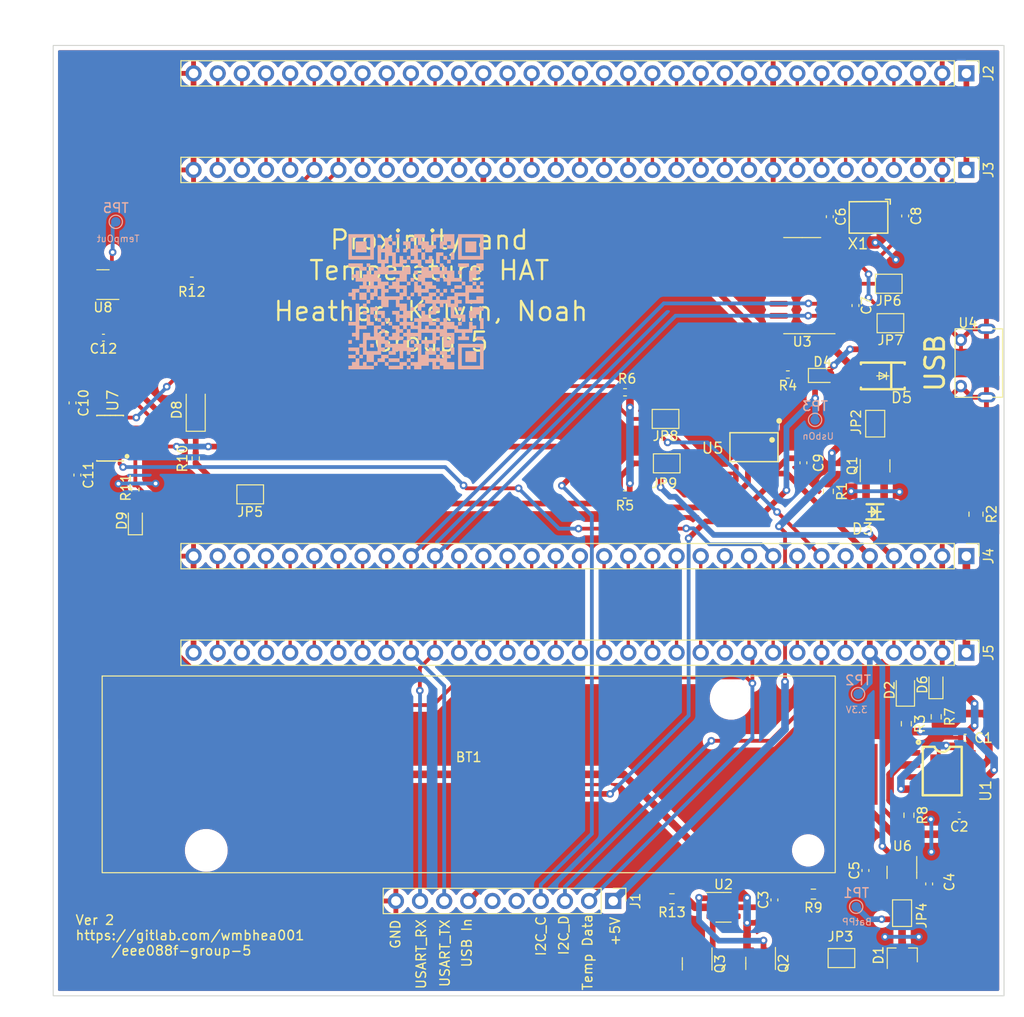
<source format=kicad_pcb>
(kicad_pcb (version 20211014) (generator pcbnew)
  (layers (0 "F.Cu" signal) (31 "B.Cu" signal) (34 "B.Paste" user) (35 "F.Paste" user) (36 "B.SilkS" user "B.Silkscreen") (37 "F.SilkS" user "F.Silkscreen") (38 "B.Mask" user) (39 "F.Mask" user) (44 "Edge.Cuts" user))
  (net 0 "")
  (net 1 "GND")
  (net 2 "/VBAT")
  (net 3 "/PC13")
  (net 4 "/PC14")
  (net 5 "/PC15")
  (net 6 "/PF0")
  (net 7 "/PF1")
  (net 8 "/NRST")
  (net 9 "/PC0")
  (net 10 "/PC1")
  (net 11 "/PC2")
  (net 12 "/PC3")
  (net 13 "/PA0")
  (net 14 "/PA1")
  (net 15 "/PA2")
  (net 16 "/PA3")
  (net 17 "/PF4")
  (net 18 "/PF5")
  (net 19 "/PA4")
  (net 20 "/PA5")
  (net 21 "/PA6")
  (net 22 "/PA7")
  (net 23 "/PC4")
  (net 24 "/PC5")
  (net 25 "/PB0")
  (net 26 "/PB1")
  (net 27 "/PB2")
  (net 28 "/PB10")
  (net 29 "/PB11")
  (net 30 "/PB12")
  (net 31 "/PB9")
  (net 32 "/PB8")
  (net 33 "VDD")
  (net 34 "/BOOT")
  (net 35 "/PB7")
  (net 36 "/PB6")
  (net 37 "/PB5")
  (net 38 "/PB4")
  (net 39 "/PB3")
  (net 40 "/PD2")
  (net 41 "/PC12")
  (net 42 "/PC11")
  (net 43 "/PC10")
  (net 44 "/PA15")
  (net 45 "/PA14")
  (net 46 "/PF7")
  (net 47 "/PF6")
  (net 48 "/PA13")
  (net 49 "/PA12")
  (net 50 "/PA11")
  (net 51 "/PA10")
  (net 52 "/PA9")
  (net 53 "/PA8")
  (net 54 "/PC9")
  (net 55 "/PC8")
  (net 56 "/PC7")
  (net 57 "/PC6")
  (net 58 "/PB15")
  (net 59 "/PB14")
  (net 60 "/PB13")
  (net 61 "/Power/Battery +")
  (net 62 "Net-(C3-Pad2)")
  (net 63 "/microcontroller_interfacing/+5V")
  (net 64 "Net-(C6-Pad1)")
  (net 65 "/Sensing/Proximity_Sensor/VCC")
  (net 66 "/Power/+5V (protected_jumped)")
  (net 67 "/Power/+5V (REVERSE PROTECTED)")
  (net 68 "Net-(D1-Pad2)")
  (net 69 "/Power/+5V (INPUT PROTECTED)")
  (net 70 "/+3V0")
  (net 71 "/+5V")
  (net 72 "Net-(BT1-Pad2)")
  (net 73 "Net-(C1-Pad1)")
  (net 74 "/microcontroller_interfacing/D+")
  (net 75 "/microcontroller_interfacing/D-")
  (net 83 "Net-(C8-Pad1)")
  (net 84 "Net-(D3-Pad2)")
  (net 85 "Net-(D6-Pad1)")
  (net 86 "Net-(D9-Pad2)")
  (net 87 "Net-(JP2-Pad2)")
  (net 88 "Net-(JP7-Pad2)")
  (net 89 "Net-(C7-Pad1)")
  (net 90 "Net-(JP9-Pad1)")
  (net 91 "Net-(C10-Pad1)")
  (net 92 "Net-(R3-Pad2)")
  (net 93 "Net-(C12-Pad1)")
  (net 94 "Net-(D2-Pad1)")
  (net 101 "/microcontroller_interfacing/USB_Detect")
  (net 102 "Net-(JP6-Pad2)")
  (net 103 "Net-(JP8-Pad1)")
  (net 104 "Net-(Q2-Pad1)")
  (net 105 "Net-(Q2-Pad3)")
  (net 106 "Net-(Q3-Pad1)")
  (net 107 "Net-(R7-Pad2)")
  (net 108 "Net-(R8-Pad1)")
  (net 109 "Net-(R13-Pad1)")
  (footprint "Capacitor_SMD:C_0402_1005Metric" (layer "F.Cu") (at 89.5832 93.853 180)
    (fp_text reference "C12")
    (fp_text value "1uF")
  )
  (footprint "Package_SO:SOIC-16_3.9x9.9mm_P1.27mm" (layer "F.Cu") (at 163.075 88.375 180)
    (fp_text reference "U3")
    (fp_text value "CH340G")
  )
  (footprint "Footprint_EEE3088F:18650_Holder" (layer "F.Cu") (at 128 139.8)
    (fp_text reference "BT1")
    (fp_text value "18650")
  )
  (footprint "Jumper:SolderJumper-2_P1.3mm_Bridged2Bar_Pad1.0x1.5mm" (layer "F.Cu") (at 105.0186 110.3376 180)
    (fp_text reference "JP5")
    (fp_text value "SolderJumper_2_Bridged")
  )
  (footprint "Diode_SMD:D_SOT-23_ANK" (layer "F.Cu") (at 173.6 158.83 90)
    (fp_text reference "D1")
    (fp_text value "BAT54S")
  )
  (footprint "Capacitor_SMD:C_0402_1005Metric" (layer "F.Cu") (at 86.3346 100.7136 -90)
    (fp_text reference "C10")
    (fp_text value "100nF")
  )
  (footprint "Resistor_SMD:R_0603_1608Metric" (layer "F.Cu") (at 165.825 110.025 -90)
    (fp_text reference "R1")
    (fp_text value "100")
  )
  (footprint "Jumper:SolderJumper-2_P1.3mm_Bridged2Bar_Pad1.0x1.5mm" (layer "F.Cu") (at 172.35 92.325 180)
    (fp_text reference "JP7")
    (fp_text value "SolderJumper_2_Bridged")
  )
  (footprint "Package_TO_SOT_SMD:SOT-23" (layer "F.Cu") (at 170.7388 107.3381 90)
    (fp_text reference "Q1")
    (fp_text value "AO3401A")
  )
  (footprint "Footprint_EEE3088F:LGA-12_L4.8-W2.8-P0.75-BL" (layer "F.Cu") (at 90.2866 104.4286 90)
    (fp_text reference "U7")
    (fp_text value "VL6180XV0NR_1" hide)
  )
  (footprint "Footprint_EEE3088F:C404969_Micro_USB" (layer "F.Cu") (at 184.15 96.52 -90)
    (fp_text reference "U4")
    (fp_text value "USB_Micro_B")
  )
  (footprint "Resistor_SMD:R_0603_1608Metric" (layer "F.Cu") (at 177.165 133.7432 -90)
    (fp_text reference "R7")
    (fp_text value "1k")
  )
  (footprint "Capacitor_SMD:C_0402_1005Metric" (layer "F.Cu") (at 179.595 144.15 180)
    (fp_text reference "C2")
    (fp_text value "10uF")
  )
  (footprint "Resistor_SMD:R_0402_1005Metric" (layer "F.Cu") (at 161.565 97.725 180)
    (fp_text reference "R4")
    (fp_text value "150")
  )
  (footprint "Capacitor_SMD:C_0402_1005Metric" (layer "F.Cu") (at 165.975 81.12 -90)
    (fp_text reference "C6")
    (fp_text value "33pF")
  )
  (footprint "Footprint_EEE3088F:ESOP-8_L4.9-W3.9-P1.27-LS6.0-BL-EP" (layer "F.Cu") (at 177.8 139.45 -90)
    (fp_text reference "U1")
    (fp_text value "TP4056" hide)
  )
  (footprint "Package_TO_SOT_SMD:SOT-23" (layer "F.Cu") (at 152.025 159.7375 -90)
    (fp_text reference "Q3")
    (fp_text value "2N7002")
  )
  (footprint "Resistor_SMD:R_0402_1005Metric" (layer "F.Cu") (at 98.8802 87.8586 180)
    (fp_text reference "R12")
    (fp_text value "330")
  )
  (footprint "Jumper:SolderJumper-2_P1.3mm_Bridged2Bar_Pad1.0x1.5mm" (layer "F.Cu") (at 148.7 102.4 180)
    (fp_text reference "JP8")
    (fp_text value "SolderJumper_2_Bridged")
  )
  (footprint "Jumper:SolderJumper-2_P1.3mm_Bridged2Bar_Pad1.0x1.5mm" (layer "F.Cu") (at 172.175 88.175 180)
    (fp_text reference "JP6")
    (fp_text value "SolderJumper_2_Bridged")
  )
  (footprint "Jumper:SolderJumper-2_P1.3mm_Bridged2Bar_Pad1.0x1.5mm" (layer "F.Cu") (at 148.825 107.075 180)
    (fp_text reference "JP9")
    (fp_text value "SolderJumper_2_Bridged")
  )
  (footprint "Footprint_EEE3088F:DO-214AC_L4.3-W2.7-LS5.3-RD" (layer "F.Cu") (at 171.55 97.875 180)
    (fp_text reference "D5")
    (fp_text value "DIODE" hide)
  )
  (footprint "Connector_PinHeader_2.54mm:PinHeader_1x33_P2.54mm_Vertical" (layer "F.Cu") (at 180.34 76.2 -90)
    (fp_text reference "J3")
    (fp_text value "Conn_01x33_Female")
  )
  (footprint "Package_TO_SOT_SMD:SOT-23" (layer "F.Cu") (at 89.5327 88.265 180)
    (fp_text reference "U8")
    (fp_text value "MCP9700T-ETT")
  )
  (footprint "LED_SMD:LED_0805_2012Metric" (layer "F.Cu") (at 173.925 130.9375 90)
    (fp_text reference "D2")
    (fp_text value "YLED")
  )
  (footprint "Resistor_SMD:R_0402_1005Metric" (layer "F.Cu") (at 144.425 110.35 180)
    (fp_text reference "R5")
    (fp_text value "10k")
  )
  (footprint "Resistor_SMD:R_0603_1608Metric" (layer "F.Cu") (at 174.025 134.475 -90)
    (fp_text reference "R3")
    (fp_text value "1k")
  )
  (footprint "Resistor_SMD:R_0603_1608Metric" (layer "F.Cu") (at 174.3 144.1 -90)
    (fp_text reference "R8")
    (fp_text value "1.2k")
  )
  (footprint "LED_SMD:LED_0603_1608Metric" (layer "F.Cu") (at 177.1396 130.3528 90)
    (fp_text reference "D6")
    (fp_text value "RLED")
  )
  (footprint "Diode_SMD:D_SOD-123" (layer "F.Cu") (at 99.2886 101.4476 90)
    (fp_text reference "D8")
    (fp_text value "BZT52C3V0")
  )
  (footprint "Package_TO_SOT_SMD:SOT-23" (layer "F.Cu") (at 173.5582 150.114 -90)
    (fp_text reference "U6")
    (fp_text value "XC6206P332MR")
  )
  (footprint "Connector_PinHeader_2.54mm:PinHeader_1x33_P2.54mm_Vertical" (layer "F.Cu") (at 180.34 66.04 -90)
    (fp_text reference "J2")
    (fp_text value "Conn_01x33_Female")
  )
  (footprint "Capacitor_SMD:C_0402_1005Metric" (layer "F.Cu") (at 176.425 151.33 90)
    (fp_text reference "C4")
    (fp_text value "1uF")
  )
  (footprint "Resistor_SMD:R_0402_1005Metric" (layer "F.Cu") (at 144.44 99.6 180)
    (fp_text reference "R6")
    (fp_text value "10k")
  )
  (footprint "Jumper:SolderJumper-2_P1.3mm_Bridged2Bar_Pad1.0x1.5mm" (layer "F.Cu") (at 170.75 102.9 -90)
    (fp_text reference "JP2")
    (fp_text value "SolderJumper_2_Bridged")
  )
  (footprint "Capacitor_SMD:C_0402_1005Metric" (layer "F.Cu") (at 169.7228 149.9134 90)
    (fp_text reference "C5")
    (fp_text value "1uF")
  )
  (footprint "LED_SMD:LED_0603_1608Metric" (layer "F.Cu") (at 92.9386 113.1061 90)
    (fp_text reference "D9")
    (fp_text value "RLED")
  )
  (footprint "Package_TO_SOT_SMD:SOT-23" (layer "F.Cu") (at 158.7 159.6875 -90)
    (fp_text reference "Q2")
    (fp_text value "2N7002")
  )
  (footprint "Capacitor_SMD:C_0402_1005Metric" (layer "F.Cu") (at 86.8426 108.3056 -90)
    (fp_text reference "C11")
    (fp_text value "4.7nF")
  )
  (footprint "Resistor_SMD:R_0402_1005Metric" (layer "F.Cu") (at 99.2886 106.5256 90)
    (fp_text reference "R10")
    (fp_text value "330")
  )
  (footprint "Connector_PinHeader_2.54mm:PinHeader_1x33_P2.54mm_Vertical" (layer "F.Cu") (at 180.34 127 -90)
    (fp_text reference "J5")
    (fp_text value "Conn_01x33_Female")
  )
  (footprint "Footprint_EEE3088F:SOIC-8_L4.9-W3.9-P1.27-LS6.0-BL" (layer "F.Cu") (at 157.9995 105.375 180)
    (fp_text reference "U5")
    (fp_text value "AT24C256C-SSHL-T" hide)
  )
  (footprint "Capacitor_SMD:C_0402_1005Metric" (layer "F.Cu") (at 160.15 153.0125 90)
    (fp_text reference "C3")
    (fp_text value "100nF")
  )
  (footprint "Footprint_EEE3088F:LL-34_L3.5-W1.5-RD" (layer "F.Cu") (at 170.725 112.175 180)
    (fp_text reference "D3")
    (fp_text value "ZMM5V1-M" hide)
  )
  (footprint "Connector_PinHeader_2.54mm:PinHeader_1x33_P2.54mm_Vertical" (layer "F.Cu") (at 180.34 116.84 -90)
    (fp_text reference "J4")
    (fp_text value "Conn_01x33_Female")
  )
  (footprint "Connector_PinHeader_2.54mm:PinHeader_1x10_P2.54mm_Vertical" (layer "F.Cu") (at 143.2 153.125 -90)
    (fp_text reference "J1")
    (fp_text value "Conn_01x10_Male")
  )
  (footprint "Resistor_SMD:R_0805_2012Metric" (layer "F.Cu") (at 181.35 112.425 -90)
    (fp_text reference "R2")
    (fp_text value "0.4")
  )
  (footprint "Capacitor_SMD:C_0402_1005Metric" (layer "F.Cu") (at 163.2 107.02 -90)
    (fp_text reference "C9")
    (fp_text value "100nF")
  )
  (footprint "Capacitor_SMD:C_0402_1005Metric" (layer "F.Cu") (at 173.9 81.045 -90)
    (fp_text reference "C8")
    (fp_text value "33pF")
  )
  (footprint "Resistor_SMD:R_0603_1608Metric" (layer "F.Cu") (at 164.25 152.4 180)
    (fp_text reference "R9")
    (fp_text value "100")
  )
  (footprint "Footprint_EEE3088F:OSC-SMD_4P-L3.2-W2.5-BL" (layer "F.Cu") (at 170.05 81.2 180)
    (fp_text reference "X1")
    (fp_text value "12MHz Crystal" hide)
  )
  (footprint "Capacitor_SMD:C_0402_1005Metric" (layer "F.Cu") (at 180.213 135.9408 180)
    (fp_text reference "C1")
    (fp_text value "10uF")
  )
  (footprint "Jumper:SolderJumper-2_P1.3mm_Bridged2Bar_Pad1.0x1.5mm" (layer "F.Cu") (at 167.2 159.13)
    (fp_text reference "JP3")
    (fp_text value "SolderJumper_2_Bridged")
  )
  (footprint "Resistor_SMD:R_0402_1005Metric" (layer "F.Cu") (at 92.9386 109.8296 -90)
    (fp_text reference "R11")
    (fp_text value "10k")
  )
  (footprint "Capacitor_SMD:C_0402_1005Metric" (layer "F.Cu") (at 168.675 90.47 -90)
    (fp_text reference "C7")
    (fp_text value "10nF")
  )
  (footprint "Resistor_SMD:R_0603_1608Metric" (layer "F.Cu") (at 149.375 152.8875 180)
    (fp_text reference "R13")
    (fp_text value "1k")
  )
  (footprint "Jumper:SolderJumper-2_P1.3mm_Bridged2Bar_Pad1.0x1.5mm" (layer "F.Cu") (at 173.575 154.405 90)
    (fp_text reference "JP4")
    (fp_text value "SolderJumper_2_Bridged")
  )
  (footprint "Package_TO_SOT_SMD:SOT-23-6" (layer "F.Cu") (at 154.8 153.7875)
    (fp_text reference "U2")
    (fp_text value "FS312F-G")
  )
  (footprint "LED_SMD:LED_0603_1608Metric" (layer "F.Cu") (at 165.2125 97.825)
    (fp_text reference "D4")
    (fp_text value "RLED")
  )
  (footprint "TestPoint:TestPoint_Pad_D1.0mm" (layer "B.Cu") (at 168.95 131.35 180)
    (fp_text reference "TP2")
    (fp_text value "3.3V")
  )
  (footprint "Footprint_EEE3088F:QRCode" (layer "B.Cu") (at 122.4534 90.0684 180)
    (fp_text reference "G***" hide)
    (fp_text value "LOGO" hide)
  )
  (footprint "TestPoint:TestPoint_Pad_D1.0mm" (layer "B.Cu") (at 168.75 153.73 180)
    (fp_text reference "TP1")
    (fp_text value "BatPP")
  )
  (footprint "TestPoint:TestPoint_Pad_D1.0mm" (layer "B.Cu") (at 90.8812 81.661 180)
    (fp_text reference "TP5")
    (fp_text value "TempOut")
  )
  (footprint "TestPoint:TestPoint_Pad_D1.0mm" (layer "B.Cu") (at 164.425 102.5 180)
    (fp_text reference "TP3")
    (fp_text value "UsbOn")
  )
  (gr_rect (start 84.3 63.1) (end 184.3 163.1) (layer "Edge.Cuts") (width 0.1) (fill none))
  (gr_text "BatPP\n" (at 168.825 155.33) (layer "B.SilkS") (effects (font (size 0.7 0.7) (thickness 0.1)) (justify mirror)))
  (gr_text "TempOut" (at 91.1352 83.439) (layer "B.SilkS") (effects (font (size 0.7 0.7) (thickness 0.1)) (justify mirror)))
  (gr_text "3.3V" (at 168.8 133) (layer "B.SilkS") (effects (font (size 0.7 0.7) (thickness 0.1)) (justify mirror)))
  (gr_text "UsbOn" (at 164.75 104.225) (layer "B.SilkS") (effects (font (size 0.7 0.7) (thickness 0.1)) (justify mirror)))
  (gr_text "Proximity and\nTemperature HAT" (at 123.8504 85.1662) (layer "F.SilkS") (effects (font (size 2 2) (thickness 0.25))))
  (gr_text "+5V" (at 143.4 156.325 90) (layer "F.SilkS") (effects (font (size 1 1))))
  (gr_text "USB In" (at 127.8 157.525 90) (layer "F.SilkS") (effects (font (size 1 1))))
  (gr_text "Temp Data" (at 140.5 158.525 90) (layer "F.SilkS") (effects (font (size 1 1))))
  (gr_text "USART_TX" (at 125.5 158.625 90) (layer "F.SilkS") (effects (font (size 1 1))))
  (gr_text "I2C_D" (at 138 156.725 90) (layer "F.SilkS") (effects (font (size 1 1))))
  (gr_text "USB" (at 177.038 96.52 90) (layer "F.SilkS") (effects (font (size 2 2) (thickness 0.3))))
  (gr_text "USART_RX" (at 123 158.725 90) (layer "F.SilkS") (effects (font (size 1 1))))
  (gr_text "I2C_C" (at 135.6 156.825 90) (layer "F.SilkS") (effects (font (size 1 1))))
  (gr_text "Ver 2\nhttps://gitlab.com/wmbhea001\n	/eee088f-group-5" (at 86.5632 156.7434) (layer "F.SilkS") (effects (font (size 1 1)) (justify left)))
  (gr_text "Heather, Kelvin, Noah\nGroup 5" (at 124.0282 92.6846) (layer "F.SilkS") (effects (font (size 2 2) (thickness 0.25))))
  (gr_text "GND" (at 120.3 156.625 90) (layer "F.SilkS") (effects (font (size 1 1))))
  (segment (start 177.165 140.085) (end 177.8 139.45) (width 0.8) (layer "F.Cu") (net 1))
  (segment (start 177.43228 136.447828) (end 177.43228 139.08228) (width 0.4) (layer "F.Cu") (net 1))
  (segment (start 99.06 116.84) (end 99.06 127) (width 0.6) (layer "F.Cu") (net 1))
  (segment (start 177.8 116.84) (end 177.8 127) (width 0.6) (layer "F.Cu") (net 1))
  (segment (start 174.892 140.085) (end 177.165 140.085) (width 0.6) (layer "F.Cu") (net 1))
  (segment (start 179.733 135.9408) (end 177.939308 135.9408) (width 0.4) (layer "F.Cu") (net 1))
  (segment (start 99.06 66.04) (end 99.06 76.2) (width 0.6) (layer "F.Cu") (net 1))
  (segment (start 177.939308 135.9408) (end 177.43228 136.447828) (width 0.4) (layer "F.Cu") (net 1))
  (segment (start 177.8 66.04) (end 177.8 76.2) (width 0.6) (layer "F.Cu") (net 1))
  (segment (start 177.43228 139.08228) (end 177.8 139.45) (width 0.4) (layer "F.Cu") (net 1))
  (segment (start 160.02 66.04) (end 160.02 76.2) (width 0.6) (layer "F.Cu") (net 1))
  (segment (start 89.2866 104.0536) (end 87.31 104.0536) (width 0.4) (layer "F.Cu") (net 1))
  (via (at 173.3042 110.0836) (size 0.8) (drill 0.4) (layers "F.Cu" "B.Cu") (net 1))
  (via (at 91.1606 109.22) (size 0.8) (drill 0.4) (layers "F.Cu" "B.Cu") (net 1))
  (via (at 172.9232 85.6488) (size 0.8) (drill 0.4) (layers "F.Cu" "B.Cu") (net 1))
  (via (at 171.7802 156.8958) (size 0.8) (drill 0.4) (layers "F.Cu" "B.Cu") (net 1))
  (via (at 175.3362 156.8958) (size 0.8) (drill 0.4) (layers "F.Cu" "B.Cu") (net 1))
  (via (at 176.657 147.955) (size 0.8) (drill 0.4) (layers "F.Cu" "B.Cu") (net 1))
  (via (at 95.0722 109.1946) (size 0.8) (drill 0.4) (layers "F.Cu" "B.Cu") (net 1))
  (via (at 168.2242 110.0074) (size 0.8) (drill 0.4) (layers "F.Cu" "B.Cu") (net 1))
  (via (at 170.7642 83.8454) (size 0.8) (drill 0.4) (layers "F.Cu" "B.Cu") (net 1))
  (via (at 176.6062 144.526) (size 0.8) (drill 0.4) (layers "F.Cu" "B.Cu") (net 1))
  (segment (start 170.7642 83.8454) (end 171.1198 83.8454) (width 0.4) (layer "B.Cu") (net 1))
  (segment (start 171.1198 83.8454) (end 172.9232 85.6488) (width 0.4) (layer "B.Cu") (net 1))
  (segment (start 173.228 110.0074) (end 173.3042 110.0836) (width 0.4) (layer "B.Cu") (net 1))
  (segment (start 176.657 147.955) (end 176.657 144.5768) (width 0.4) (layer "B.Cu") (net 1))
  (segment (start 176.657 144.5768) (end 176.6062 144.526) (width 0.4) (layer "B.Cu") (net 1))
  (segment (start 91.186 109.1946) (end 91.1606 109.22) (width 0.4) (layer "B.Cu") (net 1))
  (segment (start 168.2242 110.0074) (end 173.228 110.0074) (width 0.4) (layer "B.Cu") (net 1))
  (segment (start 95.0722 109.1946) (end 91.186 109.1946) (width 0.4) (layer "B.Cu") (net 1))
  (segment (start 171.7802 156.8958) (end 175.3362 156.8958) (width 0.4) (layer "B.Cu") (net 1))
  (segment (start 175.26 66.04) (end 175.26 76.2) (width 0.6) (layer "F.Cu") (net 2))
  (segment (start 172.72 66.04) (end 172.72 76.2) (width 0.35) (layer "F.Cu") (net 3))
  (segment (start 170.18 66.04) (end 170.18 76.2) (width 0.35) (layer "F.Cu") (net 4))
  (segment (start 167.64 66.04) (end 167.64 76.2) (width 0.35) (layer "F.Cu") (net 5))
  (segment (start 165.1 66.04) (end 165.1 76.2) (width 0.35) (layer "F.Cu") (net 6))
  (segment (start 162.56 66.04) (end 162.56 76.2) (width 0.35) (layer "F.Cu") (net 7))
  (segment (start 157.48 66.04) (end 157.48 76.2) (width 0.35) (layer "F.Cu") (net 8))
  (segment (start 154.94 66.04) (end 154.94 76.2) (width 0.35) (layer "F.Cu") (net 9))
  (segment (start 152.4 66.04) (end 152.4 76.2) (width 0.35) (layer "F.Cu") (net 10))
  (segment (start 149.86 66.04) (end 149.86 76.2) (width 0.35) (layer "F.Cu") (net 11))
  (segment (start 147.32 66.04) (end 147.32 76.2) (width 0.35) (layer "F.Cu") (net 12))
  (segment (start 144.78 66.04) (end 144.78 76.2) (width 0.35) (layer "F.Cu") (net 13))
  (segment (start 142.24 66.04) (end 142.24 76.2) (width 0.35) (layer "F.Cu") (net 14))
  (segment (start 139.7 66.04) (end 139.7 76.2) (width 0.35) (layer "F.Cu") (net 15))
  (segment (start 137.16 66.04) (end 137.16 76.2) (width 0.35) (layer "F.Cu") (net 16))
  (segment (start 134.62 66.04) (end 134.62 76.2) (width 0.35) (layer "F.Cu") (net 17))
  (segment (start 132.08 66.04) (end 132.08 76.2) (width 0.35) (layer "F.Cu") (net 18))
  (segment (start 152.8318 113.2586) (end 152.908 113.1824) (width 0.4) (layer "F.Cu") (net 19))
  (segment (start 156.718 113.1824) (end 158.1404 113.1824) (width 0.6) (layer "F.Cu") (net 19))
  (segment (start 129.54 77.8002) (end 129.54 76.2) (width 0.6) (layer "F.Cu") (net 19))
  (segment (start 164.325 97.725) (end 164.425 97.825) (width 0.4) (layer "F.Cu") (net 19))
  (segment (start 162.075 97.725) (end 164.325 97.725) (width 0.6) (layer "F.Cu") (net 19))
  (segment (start 144.3228 79.1718) (end 130.9116 79.1718) (width 0.6) (layer "F.Cu") (net 19))
  (segment (start 139.226 141.859) (end 142.875 141.859) (width 0.6) (layer "F.Cu") (net 19))
  (segment (start 129.54 66.04) (end 129.54 76.2) (width 0.35) (layer "F.Cu") (net 19))
  (segment (start 158.1404 113.1824) (end 161.417 109.9058) (width 0.6) (layer "F.Cu") (net 19))
  (segment (start 130.9116 79.1718) (end 129.54 77.8002) (width 0.6) (layer "F.Cu") (net 19))
  (segment (start 152.908 113.1824) (end 156.718 113.1824) (width 0.6) (layer "F.Cu") (net 19))
  (segment (start 127.96 153.125) (end 139.226 141.859) (width 0.6) (layer "F.Cu") (net 19))
  (segment (start 164.425 100.2138) (end 164.4396 100.2284) (width 0.4) (layer "F.Cu") (net 19))
  (segment (start 164.425 97.825) (end 164.425 100.2138) (width 0.6) (layer "F.Cu") (net 19))
  (segment (start 162.075 96.924) (end 144.3228 79.1718) (width 0.6) (layer "F.Cu") (net 19))
  (segment (start 152.6286 113.4618) (end 152.8318 113.2586) (width 0.6) (layer "F.Cu") (net 19))
  (segment (start 162.075 97.725) (end 162.075 96.924) (width 0.6) (layer "F.Cu") (net 19))
  (segment (start 151.13 114.9604) (end 152.6286 113.4618) (width 0.6) (layer "F.Cu") (net 19))
  (via (at 151.13 114.9604) (size 0.8) (drill 0.4) (layers "F.Cu" "B.Cu") (net 19))
  (via (at 161.417 109.9058) (size 0.8) (drill 0.4) (layers "F.Cu" "B.Cu") (net 19))
  (via (at 164.4396 100.2284) (size 0.8) (drill 0.4) (layers "F.Cu" "B.Cu") (net 19))
  (via (at 142.875 141.859) (size 0.8) (drill 0.4) (layers "F.Cu" "B.Cu") (net 19))
  (segment (start 161.417 109.9058) (end 161.417 103.251) (width 0.6) (layer "B.Cu") (net 19))
  (segment (start 142.875 141.859) (end 151.13 133.604) (width 0.4) (layer "B.Cu") (net 19))
  (segment (start 151.13 133.604) (end 151.13 114.9604) (width 0.4) (layer "B.Cu") (net 19))
  (segment (start 161.417 103.251) (end 164.4396 100.2284) (width 0.6) (layer "B.Cu") (net 19))
  (segment (start 164.4396 100.2284) (end 164.4396 102.4854) (width 0.6) (layer "B.Cu") (net 19))
  (segment (start 164.4396 102.4854) (end 164.425 102.5) (width 0.4) (layer "B.Cu") (net 19))
  (segment (start 127 66.04) (end 127 76.2) (width 0.35) (layer "F.Cu") (net 20))
  (segment (start 124.46 66.04) (end 124.46 76.2) (width 0.35) (layer "F.Cu") (net 21))
  (segment (start 121.92 66.04) (end 121.92 76.2) (width 0.35) (layer "F.Cu") (net 22))
  (segment (start 119.38 66.04) (end 119.38 76.2) (width 0.35) (layer "F.Cu") (net 23))
  (segment (start 116.84 66.04) (end 116.84 76.2) (width 0.35) (layer "F.Cu") (net 24))
  (segment (start 114.3 66.04) (end 114.3 76.2) (width 0.35) (layer "F.Cu") (net 25))
  (segment (start 99.3902 87.8586) (end 102.6414 87.8586) (width 0.4) (layer "F.Cu") (net 25))
  (segment (start 102.6414 87.8586) (end 114.3 76.2) (width 0.4) (layer "F.Cu") (net 25))
  (segment (start 111.76 66.04) (end 111.76 76.2) (width 0.35) (layer "F.Cu") (net 26))
  (segment (start 90.4702 87.315) (end 90.4702 84.9422) (width 0.4) (layer "F.Cu") (net 26))
  (segment (start 90.4702 87.315) (end 90.64612 87.13908) (width 0.4) (layer "F.Cu") (net 26))
  (segment (start 90.64612 87.13908) (end 100.82092 87.13908) (width 0.4) (layer "F.Cu") (net 26))
  (segment (start 100.82092 87.13908) (end 111.76 76.2) (width 0.4) (layer "F.Cu") (net 26))
  (segment (start 90.4702 84.9422) (end 90.551 84.8614) (width 0.4) (layer "F.Cu") (net 26))
  (via (at 90.551 84.8614) (size 0.8) (drill 0.4) (layers "F.Cu" "B.Cu") (net 26))
  (segment (start 90.551 81.9912) (end 90.8812 81.661) (width 0.4) (layer "B.Cu") (net 26))
  (segment (start 90.551 84.8614) (end 90.551 81.9912) (width 0.4) (layer "B.Cu") (net 26))
  (segment (start 109.22 66.04) (end 109.22 76.2) (width 0.35) (layer "F.Cu") (net 27))
  (segment (start 106.68 66.04) (end 106.68 76.2) (width 0.35) (layer "F.Cu") (net 28))
  (segment (start 104.14 66.04) (end 104.14 76.44) (width 0.35) (layer "F.Cu") (net 29))
  (segment (start 101.6 66.04) (end 101.6 76.2) (width 0.35) (layer "F.Cu") (net 30))
  (segment (start 175.26 116.84) (end 175.26 127) (width 0.35) (layer "F.Cu") (net 31))
  (segment (start 172.72 116.84) (end 172.4914 116.84) (width 0.4) (layer "F.Cu") (net 32))
  (segment (start 137.8204 109.4232) (end 139.5603 107.6833) (width 0.6) (layer "F.Cu") (net 32))
  (segment (start 148.1836 107.0836) (end 148.175 107.075) (width 0.4) (layer "F.Cu") (net 32))
  (segment (start 91.2866 103.3036) (end 93.7786 103.3036) (width 0.4) (layer "F.Cu") (net 32))
  (segment (start 142.227 110.35) (end 139.5603 107.6833) (width 0.6) (layer "F.Cu") (net 32))
  (segment (start 143.915 110.35) (end 142.227 110.35) (width 0.6) (layer "F.Cu") (net 32))
  (segment (start 139.5603 107.6833) (end 137.1854 105.3084) (width 0.6) (layer "F.Cu") (net 32))
  (segment (start 143.915 110.35) (end 143.915 108.5074) (width 0.6) (layer "F.Cu") (net 32))
  (segment (start 148.1836 109.601) (end 148.1836 107.0836) (width 0.6) (layer "F.Cu") (net 32))
  (segment (start 95.7834 105.3084) (end 97.282 105.3084) (width 0.4) (layer "F.Cu") (net 32))
  (segment (start 145.3474 107.075) (end 148.175 107.075) (width 0.6) (layer "F.Cu") (net 32))
  (segment (start 137.1854 105.3084) (end 100.6094 105.3084) (width 0.6) (layer "F.Cu") (net 32))
  (segment (start 143.915 108.5074) (end 145.3474 107.075) (width 0.6) (layer "F.Cu") (net 32))
  (segment (start 172.72 116.84) (end 172.72 127) (width 0.35) (layer "F.Cu") (net 32))
  (segment (start 172.4914 116.84) (end 170.1546 114.5032) (width 0.6) (layer "F.Cu") (net 32))
  (segment (start 93.7786 103.3036) (end 95.7834 105.3084) (width 0.4) (layer "F.Cu") (net 32))
  (segment (start 137.795 109.4232) (end 137.8204 109.4232) (width 0.4) (layer "F.Cu") (net 32))
  (via (at 148.1836 109.601) (size 0.8) (drill 0.4) (layers "F.Cu" "B.Cu") (net 32))
  (via (at 100.6094 105.3084) (size 0.8) (drill 0.4) (layers "F.Cu" "B.Cu") (net 32))
  (via (at 137.795 109.4232) (size 0.8) (drill 0.4) (layers "F.Cu" "B.Cu") (net 32))
  (via (at 97.282 105.3084) (size 0.8) (drill 0.4) (layers "F.Cu" "B.Cu") (net 32))
  (via (at 170.1546 114.5032) (size 0.8) (drill 0.4) (layers "F.Cu" "B.Cu") (net 32))
  (segment (start 140.949511 112.577711) (end 140.949511 146.045089) (width 0.4) (layer "B.Cu") (net 32))
  (segment (start 137.795 109.4232) (end 140.949511 112.577711) (width 0.4) (layer "B.Cu") (net 32))
  (segment (start 170.0546 114.6032) (end 153.77 114.6032) (width 0.6) (layer "B.Cu") (net 32))
  (segment (start 140.949511 146.045089) (end 135.58 151.4146) (width 0.4) (layer "B.Cu") (net 32))
  (segment (start 153.77 114.6032) (end 149.7584 110.5916) (width 0.6) (layer "B.Cu") (net 32))
  (segment (start 135.58 151.4146) (end 135.58 153.125) (width 0.4) (layer "B.Cu") (net 32))
  (segment (start 149.1742 110.5916) (end 148.1836 109.601) (width 0.6) (layer "B.Cu") (net 32))
  (segment (start 170.1546 114.5032) (end 170.0546 114.6032) (width 0.6) (layer "B.Cu") (net 32))
  (segment (start 149.7584 110.5916) (end 149.1742 110.5916) (width 0.6) (layer "B.Cu") (net 32))
  (segment (start 100.6094 105.3084) (end 97.282 105.3084) (width 0.6) (layer "B.Cu") (net 32))
  (segment (start 169.7736 150.4442) (end 169.7228 150.3934) (width 0.6) (layer "F.Cu") (net 33))
  (segment (start 172.0573 149.1765) (end 170.7896 150.4442) (width 0.6) (layer "F.Cu") (net 33))
  (segment (start 161.5115 106.54) (end 163.2 106.54) (width 0.6) (layer "F.Cu") (net 33))
  (segment (start 172.6082 149.1765) (end 172.6082 148.4528) (width 0.6) (layer "F.Cu") (net 33))
  (segment (start 145.1471 110.3237) (end 145.1208 110.35) (width 0.6) (layer "F.Cu") (net 33))
  (segment (start 159.9045 109.0307) (end 157.226 111.7092) (width 0.6) (layer "F.Cu") (net 33))
  (segment (start 172.6082 148.4528) (end 171.5008 147.3454) (width 0.6) (layer "F.Cu") (net 33))
  (segment (start 170.7896 150.4442) (end 169.7736 150.4442) (width 0.6) (layer "F.Cu") (net 33))
  (segment (start 144.9578 101.1936) (end 144.9578 99.6078) (width 0.8) (layer "F.Cu") (net 33))
  (segment (start 159.9045 108.147) (end 161.5115 106.54) (width 0.6) (layer "F.Cu") (net 33))
  (segment (start 170.18 116.84) (end 170.18 127) (width 0.6) (layer "F.Cu") (net 33))
  (segment (start 144.9578 99.6078) (end 144.95 99.6) (width 0.8) (layer "F.Cu") (net 33))
  (segment (start 144.935 110.688768) (end 144.320968 111.3028) (width 0.6) (layer "F.Cu") (net 33))
  (segment (start 144.935 109.192) (end 144.9578 109.1692) (width 0.8) (layer "F.Cu") (net 33))
  (segment (start 147.1029 110.3237) (end 145.1471 110.3237) (width 0.6) (layer "F.Cu") (net 33))
  (segment (start 159.9045 108.147) (end 159.9045 109.0307) (width 0.6) (layer "F.Cu") (net 33))
  (segment (start 157.226 111.7092) (end 148.4884 111.7092) (width 0.6) (layer "F.Cu") (net 33))
  (segment (start 148.4884 111.7092) (end 147.1029 110.3237) (width 0.6) (layer "F.Cu") (net 33))
  (segment (start 144.320968 111.3028) (end 106.6338 111.3028) (width 0.6) (layer "F.Cu") (net 33))
  (segment (start 145.1208 110.35) (end 144.935 110.35) (width 0.6) (layer "F.Cu") (net 33))
  (segment (start 106.6338 111.3028) (end 105.6686 110.3376) (width 0.6) (layer "F.Cu") (net 33))
  (segment (start 172.6082 149.1765) (end 172.0573 149.1765) (width 0.6) (layer "F.Cu") (net 33))
  (segment (start 144.935 110.35) (end 144.935 110.688768) (width 0.6) (layer "F.Cu") (net 33))
  (segment (start 170.18 116.84) (end 161.487 108.147) (width 0.6) (layer "F.Cu") (net 33))
  (segment (start 161.487 108.147) (end 159.9045 108.147) (width 0.6) (layer "F.Cu") (net 33))
  (segment (start 144.935 110.35) (end 144.935 109.192) (width 0.6) (layer "F.Cu") (net 33))
  (via (at 144.9578 101.1936) (size 0.8) (drill 0.4) (layers "F.Cu" "B.Cu") (net 33))
  (via (at 144.9578 109.1692) (size 0.8) (drill 0.4) (layers "F.Cu" "B.Cu") (net 33))
  (via (at 171.5008 147.3454) (size 0.8) (drill 0.4) (layers "F.Cu" "B.Cu") (net 33))
  (segment (start 144.9578 109.1692) (end 144.9578 101.1936) (width 0.8) (layer "B.Cu") (net 33))
  (segment (start 171.5008 128.3208) (end 170.18 127) (width 0.6) (layer "B.Cu") (net 33))
  (segment (start 171.5008 147.3454) (end 171.5008 128.3208) (width 0.6) (layer "B.Cu") (net 33))
  (segment (start 170.18 127) (end 170.18 130.12) (width 0.6) (layer "B.Cu") (net 33))
  (segment (start 170.18 130.12) (end 168.95 131.35) (width 0.6) (layer "B.Cu") (net 33))
  (segment (start 167.64 116.84) (end 167.64 127) (width 0.35) (layer "F.Cu") (net 34))
  (segment (start 145.033508 102.4) (end 143.93 101.296492) (width 0.4) (layer "F.Cu") (net 35))
  (segment (start 165.1 116.84) (end 165.1 127) (width 0.35) (layer "F.Cu") (net 35))
  (segment (start 153.5176 136.271) (end 159.7152 136.271) (width 0.4) (layer "F.Cu") (net 35))
  (segment (start 165.1 130.8862) (end 165.1 127) (width 0.4) (layer "F.Cu") (net 35))
  (segment (start 165.1 116.84) (end 160.4518 112.1918) (width 0.4) (layer "F.Cu") (net 35))
  (segment (start 160.4518 112.1918) (end 160.4264 112.1918) (width 0.4) (layer "F.Cu") (net 35))
  (segment (start 159.7152 136.271) (end 165.1 130.8862) (width 0.4) (layer "F.Cu") (net 35))
  (segment (start 93.0402 102.2604) (end 91.5798 102.2604) (width 0.4) (layer "F.Cu") (net 35))
  (segment (start 148.05 104.0064) (end 148.05 102.4) (width 0.4) (layer "F.Cu") (net 35))
  (segment (start 143.278089 98.948089) (end 101.589689 98.948089) (width 0.4) (layer "F.Cu") (net 35))
  (segment (start 148.9202 104.8766) (end 148.05 104.0064) (width 0.4) (layer "F.Cu") (net 35))
  (segment (start 101.0666 98.425) (end 100.9396 98.298) (width 0.4) (layer "F.Cu") (net 35))
  (segment (start 101.589689 98.948089) (end 101.0666 98.425) (width 0.4) (layer "F.Cu") (net 35))
  (segment (start 143.93 101.296492) (end 143.93 99.6) (width 0.4) (layer "F.Cu") (net 35))
  (segment (start 96.9518 98.298) (end 96.2406 99.0092) (width 0.4) (layer "F.Cu") (net 35))
  (segment (start 143.93 99.6) (end 143.278089 98.948089) (width 0.4) (layer "F.Cu") (net 35))
  (segment (start 91.5798 102.2604) (end 91.2866 102.5536) (width 0.4) (layer "F.Cu") (net 35))
  (segment (start 148.05 102.4) (end 145.033508 102.4) (width 0.4) (layer "F.Cu") (net 35))
  (segment (start 100.9396 98.298) (end 96.9518 98.298) (width 0.4) (layer "F.Cu") (net 35))
  (via (at 93.0402 102.2604) (size 0.8) (drill 0.4) (layers "F.Cu" "B.Cu") (net 35))
  (via (at 96.2406 99.0092) (size 0.8) (drill 0.4) (layers "F.Cu" "B.Cu") (net 35))
  (via (at 153.5176 136.271) (size 0.8) (drill 0.4) (layers "F.Cu" "B.Cu") (net 35))
  (via (at 160.4264 112.1918) (size 0.8) (drill 0.4) (layers "F.Cu" "B.Cu") (net 35))
  (via (at 148.9202 104.8766) (size 0.8) (drill 0.4) (layers "F.Cu" "B.Cu") (net 35))
  (segment (start 153.1112 104.8766) (end 148.9202 104.8766) (width 0.4) (layer "B.Cu") (net 35))
  (segment (start 96.2406 99.06) (end 93.0402 102.2604) (width 0.4) (layer "B.Cu") (net 35))
  (segment (start 96.2406 99.0092) (end 96.2406 99.06) (width 0.4) (layer "B.Cu") (net 35))
  (segment (start 160.4264 112.1918) (end 153.1112 104.8766) (width 0.4) (layer "B.Cu") (net 35))
  (segment (start 153.5176 136.271) (end 153.4922 136.271) (width 0.4) (layer "B.Cu") (net 35))
  (segment (start 138.12 151.6432) (end 138.12 153.125) (width 0.4) (layer "B.Cu") (net 35))
  (segment (start 153.4922 136.271) (end 138.12 151.6432) (width 0.4) (layer "B.Cu") (net 35))
  (segment (start 162.56 116.84) (end 162.56 127) (width 0.35) (layer "F.Cu") (net 36))
  (segment (start 160.02 116.84) (end 160.02 127) (width 0.35) (layer "F.Cu") (net 37))
  (segment (start 91.2866 107.1108) (end 91.6432 107.4674) (width 0.4) (layer "F.Cu") (net 37))
  (segment (start 127.762 109.7026) (end 133.2484 109.7026) (width 0.4) (layer "F.Cu") (net 37))
  (segment (start 127.4572 109.3978) (end 127.762 109.7026) (width 0.4) (layer "F.Cu") (net 37))
  (segment (start 139.5476 113.9444) (end 150.8506 113.9444) (width 0.4) (layer "F.Cu") (net 37))
  (segment (start 91.2866 106.3036) (end 91.2866 107.1108) (width 0.4) (layer "F.Cu") (net 37))
  (segment (start 150.8506 113.9444) (end 150.876 113.919) (width 0.4) (layer "F.Cu") (net 37))
  (via (at 91.6432 107.4674) (size 0.8) (drill 0.4) (layers "F.Cu" "B.Cu") (net 37))
  (via (at 150.876 113.919) (size 0.8) (drill 0.4) (layers "F.Cu" "B.Cu") (net 37))
  (via (at 133.2484 109.7026) (size 0.8) (drill 0.4) (layers "F.Cu" "B.Cu") (net 37))
  (via (at 139.5476 113.9444) (size 0.8) (drill 0.4) (layers "F.Cu" "B.Cu") (net 37))
  (via (at 127.4572 109.3978) (size 0.8) (drill 0.4) (layers "F.Cu" "B.Cu") (net 37))
  (segment (start 153.325239 115.590489) (end 158.770489 115.590489) (width 0.4) (layer "B.Cu") (net 37))
  (segment (start 137.4902 113.9444) (end 139.5476 113.9444) (width 0.4) (layer "B.Cu") (net 37))
  (segment (start 133.2484 109.7026) (end 137.4902 113.9444) (width 0.4) (layer "B.Cu") (net 37))
  (segment (start 150.876 113.919) (end 151.65375 113.919) (width 0.4) (layer "B.Cu") (net 37))
  (segment (start 125.5268 107.4674) (end 127.4572 109.3978) (width 0.4) (layer "B.Cu") (net 37))
  (segment (start 91.6432 107.4674) (end 125.5268 107.4674) (width 0.4) (layer "B.Cu") (net 37))
  (segment (start 151.65375 113.919) (end 153.325239 115.590489) (width 0.4) (layer "B.Cu") (net 37))
  (segment (start 158.770489 115.590489) (end 160.02 116.84) (width 0.4) (layer "B.Cu") (net 37))
  (segment (start 157.210279 129.600479) (end 127.193521 129.600479) (width 0.4) (layer "F.Cu") (net 38))
  (segment (start 102.804724 132.5118) (end 94.7166 124.423676) (width 0.4) (layer "F.Cu") (net 38))
  (segment (start 91.2866 104.0536) (end 91.8362 104.0536) (width 0.4) (layer "F.Cu") (net 38))
  (segment (start 157.8356 127.3556) (end 157.48 127) (width 0.4) (layer "F.Cu") (net 38))
  (segment (start 124.2822 132.5118) (end 102.804724 132.5118) (width 0.4) (layer "F.Cu") (net 38))
  (segment (start 127.193521 129.600479) (end 124.2822 132.5118) (width 0.4) (layer "F.Cu") (net 38))
  (segment (start 157.8356 130.2258) (end 157.8356 127.3556) (width 0.4) (layer "F.Cu") (net 38))
  (segment (start 92.994525 109.3196) (end 92.9386 109.3196) (width 0.4) (layer "F.Cu") (net 38))
  (segment (start 157.8356 130.2258) (end 157.210279 129.600479) (width 0.4) (layer "F.Cu") (net 38))
  (segment (start 92.9386 105.156) (end 92.9386 109.3196) (width 0.4) (layer "F.Cu") (net 38))
  (segment (start 94.7166 124.423676) (end 94.7166 111.041675) (width 0.4) (layer "F.Cu") (net 38))
  (segment (start 157.48 116.84) (end 157.48 127) (width 0.35) (layer "F.Cu") (net 38))
  (segment (start 91.8362 104.0536) (end 92.9386 105.156) (width 0.4) (layer "F.Cu") (net 38))
  (segment (start 94.7166 111.041675) (end 92.994525 109.3196) (width 0.4) (layer "F.Cu") (net 38))
  (via (at 157.8356 130.2258) (size 0.8) (drill 0.4) (layers "F.Cu" "B.Cu") (net 38))
  (segment (start 157.8356 135.9494) (end 157.8356 130.2258) (width 0.4) (layer "B.Cu") (net 38))
  (segment (start 140.66 153.125) (end 157.8356 135.9494) (width 0.4) (layer "B.Cu") (net 38))
  (segment (start 154.94 116.84) (end 154.94 127) (width 0.35) (layer "F.Cu") (net 39))
  (segment (start 152.4 116.84) (end 152.4 127) (width 0.35) (layer "F.Cu") (net 40))
  (segment (start 149.86 116.84) (end 149.86 127) (width 0.35) (layer "F.Cu") (net 41))
  (segment (start 147.32 116.84) (end 147.32 127) (width 0.35) (layer "F.Cu") (net 42))
  (segment (start 144.78 116.84) (end 144.78 127) (width 0.35) (layer "F.Cu") (net 43))
  (segment (start 142.24 116.84) (end 142.24 127) (width 0.35) (layer "F.Cu") (net 44))
  (segment (start 139.7 116.84) (end 139.7 127) (width 0.35) (layer "F.Cu") (net 45))
  (segment (start 137.16 116.84) (end 137.16 127) (width 0.35) (layer "F.Cu") (net 46))
  (segment (start 134.62 116.84) (end 134.62 127) (width 0.35) (layer "F.Cu") (net 47))
  (segment (start 132.08 116.84) (end 132.08 127) (width 0.35) (layer "F.Cu") (net 48))
  (segment (start 129.54 116.84) (end 129.54 127) (width 0.35) (layer "F.Cu") (net 49))
  (segment (start 127 116.84) (end 127 127) (width 0.35) (layer "F.Cu") (net 50))
  (segment (start 165.55 91.55) (end 163.7114 91.55) (width 0.4) (layer "F.Cu") (net 51))
  (segment (start 122.8598 130.9878) (end 122.8598 128.6002) (width 0.4) (layer "F.Cu") (net 51))
  (segment (start 122.8598 128.6002) (end 124.46 127) (width 0.4) (layer "F.Cu") (net 51))
  (segment (start 163.7114 91.55) (end 163.703 91.5416) (width 0.4) (layer "F.Cu") (net 51))
  (segment (start 124.46 116.84) (end 124.46 127) (width 0.35) (layer "F.Cu") (net 51))
  (via (at 122.8598 130.9878) (size 0.8) (drill 0.4) (layers "F.Cu" "B.Cu") (net 51))
  (via (at 163.703 91.5416) (size 0.8) (drill 0.4) (layers "F.Cu" "B.Cu") (net 51))
  (segment (start 163.703 91.5416) (end 149.7584 91.5416) (width 0.4) (layer "B.Cu") (net 51))
  (segment (start 149.7584 91.5416) (end 124.46 116.84) (width 0.4) (layer "B.Cu") (net 51))
  (segment (start 122.88 131.008) (end 122.8598 130.9878) (width 0.4) (layer "B.Cu") (net 51))
  (segment (start 122.88 153.125) (end 122.88 131.008) (width 0.4) (layer "B.Cu") (net 51))
  (segment (start 163.7622 90.28) (end 163.7284 90.2462) (width 0.4) (layer "F.Cu") (net 52))
  (segment (start 121.92 116.84) (end 121.92 127) (width 0.35) (layer "F.Cu") (net 52))
  (segment (start 165.55 90.28) (end 163.7622 90.28) (width 0.4) (layer "F.Cu") (net 52))
  (via (at 163.7284 90.2462) (size 0.8) (drill 0.4) (layers "F.Cu" "B.Cu") (net 52))
  (segment (start 163.7284 90.2462) (end 148.5138 90.2462) (width 0.4) (layer "B.Cu") (net 52))
  (segment (start 148.5138 90.2462) (end 121.92 116.84) (width 0.4) (layer "B.Cu") (net 52))
  (segment (start 125.42 130.5) (end 121.92 127) (width 0.4) (layer "B.Cu") (net 52))
  (segment (start 125.42 153.125) (end 125.42 130.5) (width 0.4) (layer "B.Cu") (net 52))
  (segment (start 119.38 116.84) (end 119.38 127) (width 0.35) (layer "F.Cu") (net 53))
  (segment (start 116.84 116.84) (end 116.84 127) (width 0.35) (layer "F.Cu") (net 54))
  (segment (start 114.3 116.84) (end 114.3 127) (width 0.35) (layer "F.Cu") (net 55))
  (segment (start 111.76 116.84) (end 111.76 127) (width 0.35) (layer "F.Cu") (net 56))
  (segment (start 109.22 116.84) (end 109.22 127) (width 0.35) (layer "F.Cu") (net 57))
  (segment (start 106.68 116.84) (end 106.68 127) (width 0.35) (layer "F.Cu") (net 58))
  (segment (start 104.14 116.84) (end 104.14 127) (width 0.35) (layer "F.Cu") (net 59))
  (segment (start 101.6 116.84) (end 101.6 127.8) (width 0.35) (layer "F.Cu") (net 60))
  (segment (start 165.075 153.8228) (end 165.075 152.4) (width 0.8) (layer "F.Cu") (net 61))
  (segment (start 166.2684 152.4) (end 167.35 151.3184) (width 0.8) (layer "F.Cu") (net 61))
  (segment (start 166.55 155.2978) (end 165.075 153.8228) (width 0.8) (layer "F.Cu") (net 61))
  (segment (start 180.075 144.15) (end 180.1064 144.15) (width 0.8) (layer "F.Cu") (net 61))
  (segment (start 180.075 144.545839) (end 180.075 144.15) (width 0.8) (layer "F.Cu") (net 61))
  (segment (start 167.35 151.3184) (end 167.35 139.8) (width 0.8) (layer "F.Cu") (net 61))
  (segment (start 180.708 143.5484) (end 180.708 141.355) (width 0.8) (layer "F.Cu") (net 61))
  (segment (start 172.6692 146.1008) (end 178.520039 146.1008) (width 0.8) (layer "F.Cu") (net 61))
  (segment (start 167.35 139.8) (end 167.35 140.7816) (width 0.8) (layer "F.Cu") (net 61))
  (segment (start 165.075 152.4) (end 166.2684 152.4) (width 0.8) (layer "F.Cu") (net 61))
  (segment (start 166.55 159.13) (end 166.55 155.2978) (width 0.8) (layer "F.Cu") (net 61))
  (segment (start 167.35 140.7816) (end 172.6692 146.1008) (width 0.8) (layer "F.Cu") (net 61))
  (segment (start 180.1064 144.15) (end 180.708 143.5484) (width 0.8) (layer "F.Cu") (net 61))
  (segment (start 178.520039 146.1008) (end 180.075 144.545839) (width 0.8) (layer "F.Cu") (net 61))
  (segment (start 158.640583 153.7875) (end 159.895583 152.5325) (width 0.6) (layer "F.Cu") (net 62))
  (segment (start 155.9375 153.7875) (end 158.640583 153.7875) (width 0.6) (layer "F.Cu") (net 62))
  (segment (start 163.2925 152.5325) (end 163.425 152.4) (width 0.6) (layer "F.Cu") (net 62))
  (segment (start 160.15 152.5325) (end 163.2925 152.5325) (width 0.6) (layer "F.Cu") (net 62))
  (segment (start 159.895583 152.5325) (end 160.15 152.5325) (width 0.6) (layer "F.Cu") (net 62))
  (segment (start 160.6 93.798) (end 160.6 92.82) (width 0.8) (layer "F.Cu") (net 63))
  (segment (start 161.269511 114.343591) (end 161.269511 130.043089) (width 0.4) (layer "F.Cu") (net 63))
  (segment (start 160.6296 113.70368) (end 161.269511 114.343591) (width 0.4) (layer "F.Cu") (net 63))
  (segment (start 169.25 97.875) (end 169.25 100.75) (width 0.8) (layer "F.Cu") (net 63))
  (segment (start 166.37 94.996) (end 161.798 94.996) (width 0.8) (layer "F.Cu") (net 63))
  (segment (start 169.25 97.875) (end 169.249 97.875) (width 0.8) (layer "F.Cu") (net 63))
  (segment (start 170.75 102.25) (end 169.9364 102.25) (width 0.8) (layer "F.Cu") (net 63))
  (segment (start 169.9364 102.25) (end 166.1922 105.9942) (width 0.8) (layer "F.Cu") (net 63))
  (segment (start 161.798 94.996) (end 160.6 93.798) (width 0.8) (layer "F.Cu") (net 63))
  (segment (start 169.249 97.875) (end 166.37 94.996) (width 0.8) (layer "F.Cu") (net 63))
  (segment (start 161.269511 130.043089) (end 161.2646 130.048) (width 0.4) (layer "F.Cu") (net 63))
  (segment (start 169.25 100.75) (end 170.75 102.25) (width 0.8) (layer "F.Cu") (net 63))
  (via (at 166.1922 105.9942) (size 0.8) (drill 0.4) (layers "F.Cu" "B.Cu") (net 63))
  (via (at 160.6296 113.70368) (size 0.8) (drill 0.4) (layers "F.Cu" "B.Cu") (net 63))
  (via (at 161.2646 130.048) (size 0.8) (drill 0.4) (layers "F.Cu" "B.Cu") (net 63))
  (segment (start 161.2646 130.048) (end 161.2646 131.3688) (width 0.8) (layer "B.Cu") (net 63))
  (segment (start 166.1922 108.14108) (end 160.6296 113.70368) (width 0.8) (layer "B.Cu") (net 63))
  (segment (start 161.2646 135.0604) (end 143.2 153.125) (width 0.8) (layer "B.Cu") (net 63))
  (segment (start 161.2646 131.3688) (end 161.2646 132.334) (width 0.8) (layer "B.Cu") (net 63))
  (segment (start 166.1922 105.9942) (end 166.1922 108.14108) (width 0.8) (layer "B.Cu") (net 63))
  (segment (start 161.2646 132.334) (end 161.2646 135.0604) (width 0.8) (layer "B.Cu") (net 63))
  (segment (start 165.862004 80.64) (end 165.227 81.275004) (width 0.4) (layer "F.Cu") (net 64))
  (segment (start 168.95 80.325) (end 166.29 80.325) (width 0.4) (layer "F.Cu") (net 64))
  (segment (start 165.975 80.64) (end 165.862004 80.64) (width 0.4) (layer "F.Cu") (net 64))
  (segment (start 165.227 83.607) (end 165.55 83.93) (width 0.4) (layer "F.Cu") (net 64))
  (segment (start 166.29 80.325) (end 165.975 80.64) (width 0.4) (layer "F.Cu") (net 64))
  (segment (start 165.227 81.275004) (end 165.227 83.607) (width 0.4) (layer "F.Cu") (net 64))
  (segment (start 104.3686 110.3376) (end 102.5906 110.3376) (width 0.6) (layer "F.Cu") (net 65))
  (segment (start 102.5906 110.3376) (end 99.2886 107.0356) (width 0.6) (layer "F.Cu") (net 65))
  (segment (start 173.575 153.755) (end 174.48 153.755) (width 0.8) (layer "F.Cu") (net 66))
  (segment (start 173.5582 153.7382) (end 173.575 153.755) (width 0.8) (layer "F.Cu") (net 66))
  (segment (start 174.48 153.755) (end 176.425 151.81) (width 0.8) (layer "F.Cu") (net 66))
  (segment (start 173.5582 151.0515) (end 173.5582 153.7382) (width 0.8) (layer "F.Cu") (net 66))
  (segment (start 173.575 155.055) (end 171.438 155.055) (width 0.6) (layer "F.Cu") (net 67))
  (segment (start 173.575 155.055) (end 173.575 157.805) (width 0.8) (layer "F.Cu") (net 67))
  (segment (start 173.575 157.805) (end 173.6 157.83) (width 0.8) (layer "F.Cu") (net 67))
  (segment (start 171.438 155.055) (end 171.4246 155.0416) (width 0.6) (layer "F.Cu") (net 67))
  (via (at 171.4246 155.0416) (size 0.8) (drill 0.4) (layers "F.Cu" "B.Cu") (net 67))
  (segment (start 170.0616 155.0416) (end 168.75 153.73) (width 0.6) (layer "B.Cu") (net 67))
  (segment (start 171.4246 155.0416) (end 170.0616 155.0416) (width 0.6) (layer "B.Cu") (net 67))
  (segment (start 167.85 159.13) (end 171.95 159.13) (width 0.8) (layer "F.Cu") (net 68))
  (segment (start 171.95 159.13) (end 172.65 159.83) (width 0.8) (layer "F.Cu") (net 68))
  (segment (start 172.425 112.175) (end 180.6875 112.175) (width 0.8) (layer "F.Cu") (net 69))
  (segment (start 171.6888 108.2756) (end 171.6888 111.4388) (width 0.8) (layer "F.Cu") (net 69))
  (segment (start 171.6888 111.4388) (end 172.425 112.175) (width 0.8) (layer "F.Cu") (net 69))
  (segment (start 180.6875 112.175) (end 181.35 111.5125) (width 0.8) (layer "F.Cu") (net 69))
  (segment (start 180.34 66.04) (end 180.34 76.2) (width 0.6) (layer "F.Cu") (net 70))
  (segment (start 180.34 116.84) (end 180.34 127) (width 0.8) (layer "F.Cu") (net 71))
  (segment (start 157.266289 158.266289) (end 157.75 158.75) (width 0.8) (layer "F.Cu") (net 72))
  (segment (start 144.2888 139.8) (end 88.65 139.8) (width 0.8) (layer "F.Cu") (net 72))
  (segment (start 157.2768 156.7434) (end 157.2768 155.4226) (width 0.8) (layer "F.Cu") (net 72))
  (segment (start 157.2768 155.4226) (end 158.2199 155.4226) (width 0.6) (layer "F.Cu") (net 72))
  (segment (start 155.987 152.788) (end 155.9375 152.8375) (width 0.6) (layer "F.Cu") (net 72))
  (segment (start 158.2199 155.4226) (end 160.15 153.4925) (width 0.6) (layer "F.Cu") (net 72))
  (segment (start 157.2768 152.788) (end 155.987 152.788) (width 0.8) (layer "F.Cu") (net 72))
  (segment (start 157.266289 156.753911) (end 157.2768 156.7434) (width 0.6) (layer "F.Cu") (net 72))
  (segment (start 157.2768 152.788) (end 144.2888 139.8) (width 0.8) (layer "F.Cu") (net 72))
  (segment (start 157.266289 156.753911) (end 157.266289 158.266289) (width 0.8) (layer "F.Cu") (net 72))
  (via (at 157.2768 152.788) (size 0.8) (drill 0.4) (layers "F.Cu" "B.Cu") (net 72))
  (via (at 157.2768 155.4226) (size 0.8) (drill 0.4) (layers "F.Cu" "B.Cu") (net 72))
  (segment (start 157.2768 155.4226) (end 157.2768 152.788) (width 0.8) (layer "B.Cu") (net 72))
  (segment (start 174.892 141.355) (end 173.486 141.355) (width 0.8) (layer "F.Cu") (net 73))
  (segment (start 181.2794 130.15) (end 180.111 130.15) (width 0.8) (layer "F.Cu") (net 73))
  (segment (start 180.693 135.9408) (end 180.693 135.178924) (width 0.8) (layer "F.Cu") (net 73))
  (segment (start 180.111 130.15) (end 177.7243 130.15) (width 0.8) (layer "F.Cu") (net 73))
  (segment (start 181.35 113.6336) (end 183.134 115.4176) (width 0.8) (layer "F.Cu") (net 73))
  (segment (start 181.35 113.3375) (end 181.35 113.6336) (width 0.8) (layer "F.Cu") (net 73))
  (segment (start 177.7243 130.15) (end 177.1396 129.5653) (width 0.8) (layer "F.Cu") (net 73))
  (segment (start 173.925 130) (end 174.3597 129.5653) (width 0.8) (layer "F.Cu") (net 73))
  (segment (start 178.2318 136.779) (end 178.30312 136.85032) (width 0.8) (layer "F.Cu") (net 73))
  (segment (start 180.693 135.178924) (end 181.210616 134.661308) (width 0.8) (layer "F.Cu") (net 73))
  (segment (start 177.1396 129.5653) (end 174.3597 129.5653) (width 0.8) (layer "F.Cu") (net 73))
  (segment (start 173.486 141.355) (end 173.4566 141.3256) (width 0.8) (layer "F.Cu") (net 73))
  (segment (start 180.708 137.545) (end 180.708 135.9558) (width 0.8) (layer "F.Cu") (net 73))
  (segment (start 183.134 115.4176) (end 183.134 128.2954) (width 0.8) (layer "F.Cu") (net 73))
  (segment (start 183.134 128.2954) (end 181.2794 130.15) (width 0.8) (layer "F.Cu") (net 73))
  (segment (start 180.708 135.9558) (end 180.693 135.9408) (width 0.8) (layer "F.Cu") (net 73))
  (segment (start 180.01332 136.85032) (end 180.708 137.545) (width 0.8) (layer "F.Cu") (net 73))
  (segment (start 178.30312 136.85032) (end 180.01332 136.85032) (width 0.8) (layer "F.Cu") (net 73))
  (segment (start 181.2036 132.3594) (end 180.111 131.2668) (width 0.8) (layer "F.Cu") (net 73))
  (segment (start 180.111 131.2668) (end 180.111 130.15) (width 0.8) (layer "F.Cu") (net 73))
  (via (at 181.210616 134.661308) (size 0.8) (drill 0.4) (layers "F.Cu" "B.Cu") (net 73))
  (via (at 178.2318 136.779) (size 0.8) (drill 0.4) (layers "F.Cu" "B.Cu") (net 73))
  (via (at 181.2036 132.3594) (size 0.8) (drill 0.4) (layers "F.Cu" "B.Cu") (net 73))
  (via (at 173.4566 141.3256) (size 0.8) (drill 0.4) (layers "F.Cu" "B.Cu") (net 73))
  (segment (start 176.8856 136.779) (end 178.2318 136.779) (width 0.8) (layer "B.Cu") (net 73))
  (segment (start 181.210616 134.661308) (end 181.210616 132.366416) (width 0.8) (layer "B.Cu") (net 73))
  (segment (start 173.4566 140.208) (end 176.8856 136.779) (width 0.8) (layer "B.Cu") (net 73))
  (segment (start 173.4566 141.3256) (end 173.4566 140.208) (width 0.8) (layer "B.Cu") (net 73))
  (segment (start 181.210616 132.366416) (end 181.2036 132.3594) (width 0.8) (layer "B.Cu") (net 73))
  (segment (start 176.6062 96.52) (end 179.775 96.52) (width 0.4) (layer "F.Cu") (net 74))
  (segment (start 176.3776 91.7276) (end 176.3776 96.2914) (width 0.4) (layer "F.Cu") (net 74))
  (segment (start 176.3776 96.2914) (end 176.6062 96.52) (width 0.4) (layer "F.Cu") (net 74))
  (segment (start 172.825 88.175) (end 176.3776 91.7276) (width 0.4) (layer "F.Cu") (net 74))
  (segment (start 179.775 97.17) (end 176.40835 97.17) (width 0.4) (layer "F.Cu") (net 75))
  (segment (start 176.40835 97.17) (end 173 93.76165) (width 0.4) (layer "F.Cu") (net 75))
  (segment (start 173 93.76165) (end 173 92.325) (width 0.4) (layer "F.Cu") (net 75))
  (segment (start 174.60952 81.95588) (end 171.3654 85.2) (width 0.4) (layer "F.Cu") (net 83))
  (segment (start 171.3654 85.2) (end 165.55 85.2) (width 0.4) (layer "F.Cu") (net 83))
  (segment (start 171.39 80.565) (end 171.15 80.325) (width 0.4) (layer "F.Cu") (net 83))
  (segment (start 173.9 80.565) (end 174.012996 80.565) (width 0.4) (layer "F.Cu") (net 83))
  (segment (start 174.012996 80.565) (end 174.60952 81.161524) (width 0.4) (layer "F.Cu") (net 83))
  (segment (start 174.60952 81.161524) (end 174.60952 81.95588) (width 0.4) (layer "F.Cu") (net 83))
  (segment (start 173.9 80.565) (end 171.39 80.565) (width 0.4) (layer "F.Cu") (net 83))
  (segment (start 169.7888 108.2756) (end 169.7888 111.4112) (width 0.8) (layer "F.Cu") (net 84))
  (segment (start 166.7494 108.2756) (end 165.825 109.2) (width 0.8) (layer "F.Cu") (net 84))
  (segment (start 169.7888 108.2756) (end 166.7494 108.2756) (width 0.8) (layer "F.Cu") (net 84))
  (segment (start 169.7888 111.4112) (end 169.025 112.175) (width 0.8) (layer "F.Cu") (net 84))
  (segment (start 177.165 131.1657) (end 177.1396 131.1403) (width 0.8) (layer "F.Cu") (net 85))
  (segment (start 177.165 132.9182) (end 177.165 131.1657) (width 0.8) (layer "F.Cu") (net 85))
  (segment (start 92.9386 112.3186) (end 92.9386 110.3396) (width 0.4) (layer "F.Cu") (net 86))
  (segment (start 170.75 103.55) (end 170.75 106.3894) (width 0.8) (layer "F.Cu") (net 87))
  (segment (start 170.75 106.3894) (end 170.7388 106.4006) (width 0.8) (layer "F.Cu") (net 87))
  (segment (start 171.7 92.325) (end 171.7 91.2836) (width 0.4) (layer "F.Cu") (net 88))
  (segment (start 170.053 87.1728) (end 170.053 87.0712) (width 0.4) (layer "F.Cu") (net 88))
  (segment (start 170.053 87.0712) (end 169.4518 86.47) (width 0.4) (layer "F.Cu") (net 88))
  (segment (start 171.7 91.2836) (end 170.053 89.6366) (width 0.4) (layer "F.Cu") (net 88))
  (segment (start 169.4518 86.47) (end 165.55 86.47) (width 0.4) (layer "F.Cu") (net 88))
  (via (at 170.053 87.1728) (size 0.8) (drill 0.4) (layers "F.Cu" "B.Cu") (net 88))
  (via (at 170.053 89.6366) (size 0.8) (drill 0.4) (layers "F.Cu" "B.Cu") (net 88))
  (segment (start 170.053 89.6366) (end 170.053 87.1728) (width 0.4) (layer "B.Cu") (net 88))
  (segment (start 168.675 89.99) (end 167.695 89.01) (width 0.4) (layer "F.Cu") (net 89))
  (segment (start 167.695 89.01) (end 165.55 89.01) (width 0.4) (layer "F.Cu") (net 89))
  (segment (start 149.475 109.1398) (end 149.475 107.075) (width 0.6) (layer "F.Cu") (net 90))
  (segment (start 157.3645 109.1323) (end 156.1338 110.363) (width 0.6) (layer "F.Cu") (net 90))
  (segment (start 157.3645 108.147) (end 157.3645 109.1323) (width 0.6) (layer "F.Cu") (net 90))
  (segment (start 156.1338 110.363) (end 150.6982 110.363) (width 0.6) (layer "F.Cu") (net 90))
  (segment (start 150.6982 110.363) (end 149.475 109.1398) (width 0.6) (layer "F.Cu") (net 90))
  (segment (start 90.0652 104.8036) (end 90.297 104.5718) (width 0.4) (layer "F.Cu") (net 91))
  (segment (start 93.4974 99.7966) (end 86.7716 99.7966) (width 0.6) (layer "F.Cu") (net 91))
  (segment (start 99.2886 106.0156) (end 99.2886 103.0976) (width 0.6) (layer "F.Cu") (net 91))
  (segment (start 99.2886 102.1842) (end 98.7552 101.6508) (width 0.6) (layer "F.Cu") (net 91))
  (segment (start 99.2886 103.0976) (end 99.2886 102.1842) (width 0.6) (layer "F.Cu") (net 91))
  (segment (start 89.2866 104.8036) (end 90.0652 104.8036) (width 0.4) (layer "F.Cu") (net 91))
  (segment (start 95.3516 101.6508) (end 93.4974 99.7966) (width 0.6) (layer "F.Cu") (net 91))
  (segment (start 99.2886 103.0976) (end 95.4014 103.0976) (width 0.4) (layer "F.Cu") (net 91))
  (segment (start 98.7552 101.6508) (end 95.3516 101.6508) (width 0.6) (layer "F.Cu") (net 91))
  (segment (start 93.1164 100.8126) (end 88.8746 100.8126) (width 0.4) (layer "F.Cu") (net 91))
  (segment (start 90.297 103.589978) (end 90.010622 103.3036) (width 0.4) (layer "F.Cu") (net 91))
  (segment (start 88.8746 100.8126) (end 87.7824 101.9048) (width 0.4) (layer "F.Cu") (net 91))
  (segment (start 87.7824 102.523422) (end 88.562578 103.3036) (width 0.4) (layer "F.Cu") (net 91))
  (segment (start 88.562578 103.3036) (end 89.2866 103.3036) (width 0.4) (layer "F.Cu") (net 91))
  (segment (start 89.2866 104.8036) (end 88.4866 104.8036) (width 0.4) (layer "F.Cu") (net 91))
  (segment (start 86.7716 99.7966) (end 86.3346 100.2336) (width 0.6) (layer "F.Cu") (net 91))
  (segment (start 90.297 104.5718) (end 90.297 103.589978) (width 0.4) (layer "F.Cu") (net 91))
  (segment (start 86.8426 106.4476) (end 86.8426 107.8256) (width 0.4) (layer "F.Cu") (net 91))
  (segment (start 95.4014 103.0976) (end 93.1164 100.8126) (width 0.4) (layer "F.Cu") (net 91))
  (segment (start 87.7824 101.9048) (end 87.7824 102.523422) (width 0.4) (layer "F.Cu") (net 91))
  (segment (start 90.010622 103.3036) (end 89.2866 103.3036) (width 0.4) (layer "F.Cu") (net 91))
  (segment (start 88.4866 104.8036) (end 86.8426 106.4476) (width 0.4) (layer "F.Cu") (net 91))
  (segment (start 182.5204 140.085) (end 180.708 140.085) (width 0.8) (layer "F.Cu") (net 92))
  (segment (start 183.261 139.3444) (end 182.5204 140.085) (width 0.8) (layer "F.Cu") (net 92))
  (segment (start 174.025 135.3) (end 175.4944 135.3) (width 0.8) (layer "F.Cu") (net 92))
  (segment (start 175.4944 135.3) (end 175.514 135.2804) (width 0.8) (layer "F.Cu") (net 92))
  (via (at 183.261 139.3444) (size 0.8) (drill 0.4) (layers "F.Cu" "B.Cu") (net 92))
  (via (at 175.514 135.2804) (size 0.8) (drill 0.4) (layers "F.Cu" "B.Cu") (net 92))
  (segment (start 183.261 138.1252) (end 183.261 139.3444) (width 0.8) (layer "B.Cu") (net 92))
  (segment (start 175.514 135.2804) (end 180.4162 135.2804) (width 0.8) (layer "B.Cu") (net 92))
  (segment (start 180.4162 135.2804) (end 183.261 138.1252) (width 0.8) (layer "B.Cu") (net 92))
  (segment (start 90.0632 93.853) (end 90.0632 89.622) (width 0.4) (layer "F.Cu") (net 93))
  (segment (start 90.0632 89.622) (end 90.4702 89.215) (width 0.4) (layer "F.Cu") (net 93))
  (segment (start 97.0138 89.215) (end 98.3702 87.8586) (width 0.4) (layer "F.Cu") (net 93))
  (segment (start 90.4702 89.215) (end 97.0138 89.215) (width 0.4) (layer "F.Cu") (net 93))
  (segment (start 173.925 133.55) (end 174.025 133.65) (width 0.8) (layer "F.Cu") (net 94))
  (segment (start 173.925 131.875) (end 173.925 133.55) (width 0.8) (layer "F.Cu") (net 94))
  (segment (start 173.905 97.82) (end 173.85 97.875) (width 0.4) (layer "F.Cu") (net 101))
  (segment (start 179.775 97.82) (end 173.905 97.82) (width 0.4) (layer "F.Cu") (net 101))
  (segment (start 168.0972 95.0722) (end 171.0472 95.0722) (width 0.6) (layer "F.Cu") (net 101))
  (segment (start 171.0472 95.0722) (end 173.85 97.875) (width 0.6) (layer "F.Cu") (net 101))
  (segment (start 166 97.1694) (end 166.4208 96.7486) (width 0.6) (layer "F.Cu") (net 101))
  (segment (start 166 97.825) (end 166 97.1694) (width 0.6) (layer "F.Cu") (net 101))
  (via (at 166.4208 96.7486) (size 0.8) (drill 0.4) (layers "F.Cu" "B.Cu") (net 101))
  (via (at 168.0972 95.0722) (size 0.8) (drill 0.4) (layers "F.Cu" "B.Cu") (net 101))
  (segment (start 166.4208 96.7486) (end 168.0972 95.0722) (width 0.6) (layer "B.Cu") (net 101))
  (segment (start 165.55 87.74) (end 165.985 88.175) (width 0.4) (layer "F.Cu") (net 102))
  (segment (start 165.985 88.175) (end 171.525 88.175) (width 0.4) (layer "F.Cu") (net 102))
  (segment (start 149.35 103.9348) (end 149.35 102.4) (width 0.4) (layer "F.Cu") (net 103))
  (segment (start 153.5622 108.147) (end 149.35 103.9348) (width 0.4) (layer "F.Cu") (net 103))
  (segment (start 156.0945 108.147) (end 153.5622 108.147) (width 0.4) (layer "F.Cu") (net 103))
  (segment (start 159.004 158.104) (end 159.65 158.75) (width 0.6) (layer "F.Cu") (net 104))
  (segment (start 153.6625 152.8375) (end 152.2787 152.8375) (width 0.6) (layer "F.Cu") (net 104))
  (segment (start 159.004 157.2768) (end 159.004 158.104) (width 0.6) (layer "F.Cu") (net 104))
  (segment (start 152.2787 152.8375) (end 152.2222 152.781) (width 0.6) (layer "F.Cu") (net 104))
  (via (at 152.2222 152.781) (size 0.8) (drill 0.4) (layers "F.Cu" "B.Cu") (net 104))
  (via (at 159.004 157.2768) (size 0.8) (drill 0.4) (layers "F.Cu" "B.Cu") (net 104))
  (segment (start 154.305 157.3022) (end 158.9786 157.3022) (width 0.6) (layer "B.Cu") (net 104))
  (segment (start 152.2222 155.2194) (end 154.305 157.3022) (width 0.6) (layer "B.Cu") (net 104))
  (segment (start 158.9786 157.3022) (end 159.004 157.2768) (width 0.6) (layer "B.Cu") (net 104))
  (segment (start 152.2222 152.781) (end 152.2222 155.2194) (width 0.6) (layer "B.Cu") (net 104))
  (segment (start 152.025 160.675) (end 158.65 160.675) (width 0.6) (layer "F.Cu") (net 105))
  (segment (start 158.65 160.675) (end 158.7 160.625) (width 0.6) (layer "F.Cu") (net 105))
  (segment (start 153.6625 154.7375) (end 153.6625 158.1125) (width 0.6) (layer "F.Cu") (net 106))
  (segment (start 153.6625 158.1125) (end 152.975 158.8) (width 0.6) (layer "F.Cu") (net 106))
  (segment (start 180.708 138.815) (end 182.108 138.815) (width 0.8) (layer "F.Cu") (net 107))
  (segment (start 178.9694 134.5682) (end 180.1368 133.4008) (width 0.8) (layer "F.Cu") (net 107))
  (segment (start 177.165 134.5682) (end 178.9694 134.5682) (width 0.8) (layer "F.Cu") (net 107))
  (segment (start 182.7022 133.9088) (end 182.1942 133.4008) (width 0.8) (layer "F.Cu") (net 107))
  (segment (start 182.1942 133.4008) (end 180.1368 133.4008) (width 0.8) (layer "F.Cu") (net 107))
  (segment (start 182.7022 138.2208) (end 182.7022 133.9088) (width 0.8) (layer "F.Cu") (net 107))
  (segment (start 182.108 138.815) (end 182.7022 138.2208) (width 0.8) (layer "F.Cu") (net 107))
  (segment (start 173.3256 138.815) (end 174.892 138.815) (width 0.8) (layer "F.Cu") (net 108))
  (segment (start 172.3136 142.5194) (end 172.3136 139.827) (width 0.8) (layer "F.Cu") (net 108))
  (segment (start 173.0692 143.275) (end 172.3136 142.5194) (width 0.8) (layer "F.Cu") (net 108))
  (segment (start 174.3 143.275) (end 173.0692 143.275) (width 0.8) (layer "F.Cu") (net 108))
  (segment (start 172.3136 139.827) (end 173.3256 138.815) (width 0.8) (layer "F.Cu") (net 108))
  (segment (start 150.9063 152.8875) (end 151.8063 153.7875) (width 0.8) (layer "F.Cu") (net 109))
  (segment (start 150.2 152.8875) (end 150.9063 152.8875) (width 0.8) (layer "F.Cu") (net 109))
  (segment (start 151.8063 153.7875) (end 153.6625 153.7875) (width 0.8) (layer "F.Cu") (net 109))
  (zone (net 1) (net_name "GND") (layer "F.Cu") (connect_pads (clearance 0.508)) (min_thickness 0.254) (fill yes (thermal_gap 0.508) (thermal_bridge_width 0.508))
    (polygon (pts (xy 186 164.6) (xy 81.606 165.362) (xy 79.574 60.206) (xy 185.492 59.444)))
  )
  (zone (net 0) (net_name "") (layer "B.Cu") (connect_pads (clearance 0.508)) (min_thickness 0.254) (fill yes (thermal_gap 0.508) (thermal_bridge_width 0.508))
    (polygon (pts (xy 186.4 165.2) (xy 80.99 165.2) (xy 78.704 59.282) (xy 186.146 58.774)))
  )
)
</source>
